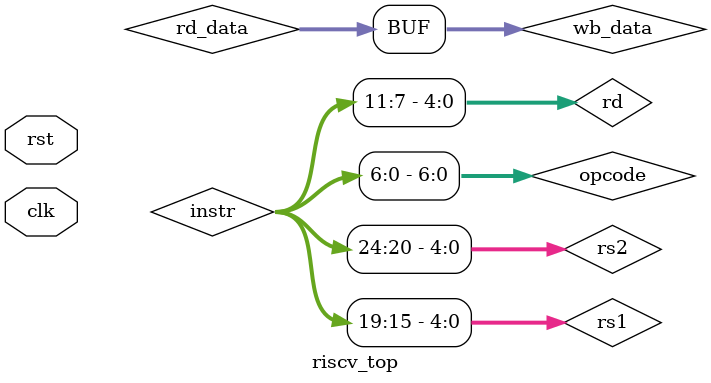
<source format=v>
`timescale 1ns/1ps

module riscv_top(
  input  wire  clk,
  input  wire  rst
);

  // =========================
  // PC (Program Counter)
  // =========================
  reg [31:0] pc;
  wire [31:0] pc_next;
  wire [31:0] pc_plus4 = pc + 32'd4;

  always @(posedge clk or posedge rst) begin
    if (rst) pc <= 32'd0;
    else     pc <= pc_next;
  end

  // =========================
  // Instrução
  // =========================
  wire [31:0] instr;
  instr_mem IMEM (
    .addr (pc),  // Passando o valor de 32 bits de addr (PC)
    .instr(instr)
  );

  // Campos da instrução
  wire [6:0]  opcode = instr[6:0];
  wire [4:0]  rd     = instr[11:7];
  wire [2:0]  funct3 = instr[14:12];
  wire [4:0]  rs1    = instr[19:15];
  wire [4:0]  rs2    = instr[24:20];
  wire [6:0]  funct7 = instr[31:25];

  // =========================
  // Controle e Imediatos
  // =========================
  wire       reg_write, alu_src, mem_read, mem_write, mem_to_reg, branch;
  wire [3:0] alu_ctrl;
  wire       lb_op, sb_op;   // sinaliza acesso a byte
  wire       bne_op;         // branch do tipo BNE

  control CTRL (
    .opcode   (opcode),
    .funct3   (funct3),
    .funct7   (funct7),
    .reg_write(reg_write),
    .alu_src  (alu_src),
    .mem_read (mem_read),
    .mem_write(mem_write),
    .mem_to_reg(mem_to_reg),
    .branch   (branch),
    .lb_op    (lb_op),
    .sb_op    (sb_op),
    .bne_op   (bne_op),
    .alu_ctrl (alu_ctrl)
  );

  wire [31:0] imm;
  imm_gen IMM (
    .instr (instr),
    .imm   (imm)
  );

  // =========================
  // Banco de Registradores
  // =========================
  wire [31:0] rs1_data, rs2_data, rd_data;
  regfile RF (
    .clk      (clk),
    .we       (reg_write),
    .rs1      (rs1),
    .rs2      (rs2),
    .rd       (rd),
    .rd_data  (rd_data),
    .rs1_data (rs1_data),
    .rs2_data (rs2_data)
  );

  // =========================
  // ALU
  // =========================
  wire [31:0] alu_b = (alu_src) ? imm : rs2_data;
  wire [31:0] alu_y;
  wire        alu_zero;

  alu ALU (
    .a       (rs1_data),
    .b       (alu_b),
    .alu_ctrl(alu_ctrl),
    .y       (alu_y),
    .zero    (alu_zero)
  );

  // =========================
  // Data Memory (byte endereçável)
  // =========================
  wire [31:0] dmem_rdata;
  data_mem DMEM (
    .clk    (clk),
    .addr   (alu_y),    // endereço de dados = rs1 + imm (lb/sb)
    .we     (mem_write),
    .re     (mem_read),
    .sb_op  (sb_op),    // escrita de byte
    .lb_op  (lb_op),    // leitura de byte com sign-extend
    .wdata  (rs2_data), // valor a armazenar (byte menos significativo usado em SB)
    .rdata  (dmem_rdata)
  );

  // =========================
  // Write-back mux
  // =========================
  wire [31:0] wb_data = (mem_to_reg) ? dmem_rdata : alu_y;
  assign rd_data = wb_data;

  // =========================
  // Branch BNE
  // =========================
  wire br_taken = branch && bne_op && (rs1_data != rs2_data);
  wire [31:0] br_target = pc + imm; // imm já vem alinhado (bytes) e sign-extend

  assign pc_next = (br_taken) ? br_target : pc_plus4;

endmodule

</source>
